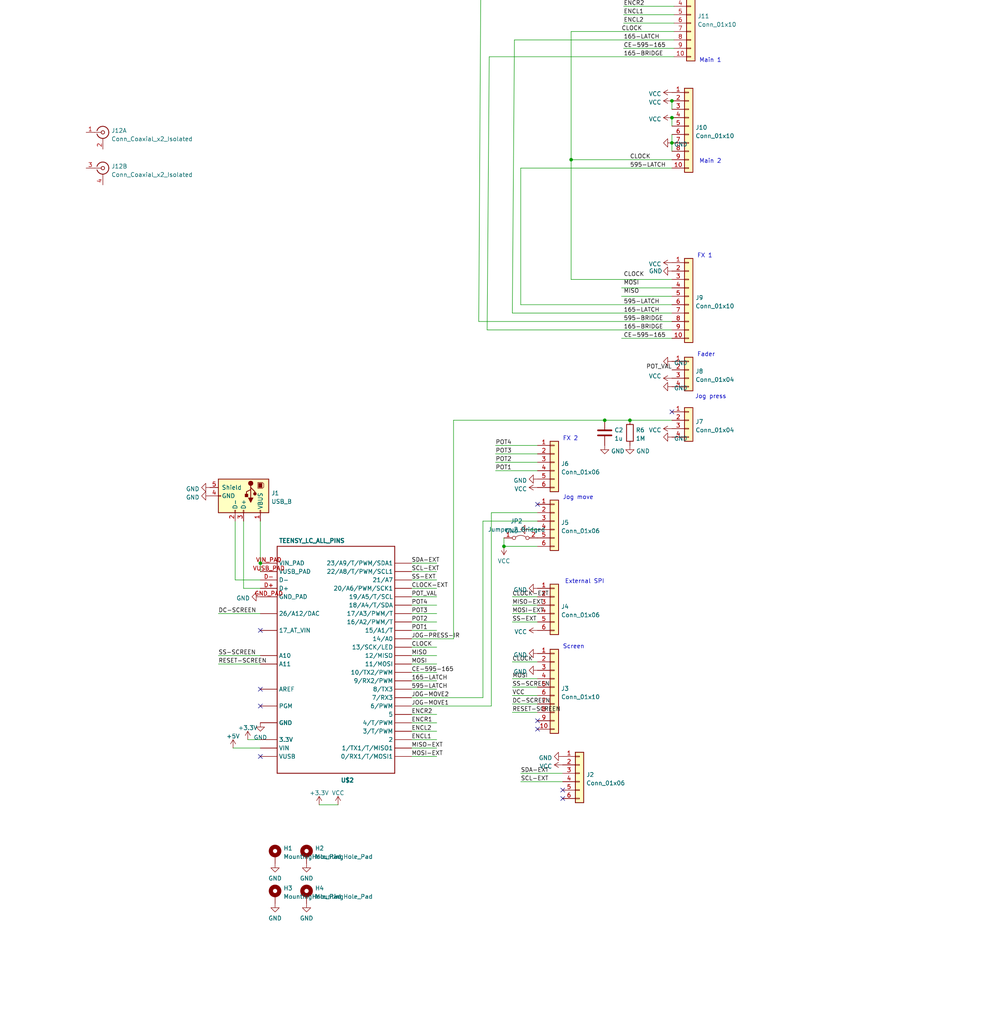
<source format=kicad_sch>
(kicad_sch (version 20230121) (generator eeschema)
  (paper "User" 297.002 309.524)
  (lib_symbols
    (symbol "Connector:Conn_Coaxial_x2_Isolated" (pin_names (offset 1.016) hide)
      (property "Reference" "J" (at 0.254 3.048 0))
      (property "Value" "Conn_Coaxial_x2_Isolated" (at 2.921 0 90))
      (symbol "Conn_Coaxial_x2_Isolated_0_1"
        (arc (start -1.778 -0.508) (mid 0.2311 -1.8066) (end 1.778 0) (stroke (width 0.254)))
        (polyline (pts (xy -2.54 0) (xy -0.508 0)))
        (polyline (pts (xy 0 -2.54) (xy 0 -1.778)))
        (circle (center 0 0) (radius 0.508) (stroke (width 0.2032)))
        (arc (start 1.778 0) (mid 0.2099 1.8101) (end -1.778 0.508) (stroke (width 0.254)))
      )
      (symbol "Conn_Coaxial_x2_Isolated_1_1"
        (pin passive line (at -5.08 0 0) (length 2.54) (name "In1") (number "1"))
        (pin passive line (at 0 -5.08 90) (length 2.54) (name "Ext1") (number "2"))
      )
      (symbol "Conn_Coaxial_x2_Isolated_2_1"
        (pin passive line (at -5.08 0 0) (length 2.54) (name "In2") (number "3"))
        (pin passive line (at 0 -5.08 90) (length 2.54) (name "Ext2") (number "4"))
      )
    )
    (symbol "Connector:USB_B" (pin_names (offset 1.016))
      (property "Reference" "J" (at -5.08 11.43 0))
      (property "Value" "USB_B" (at -5.08 8.89 0))
      (symbol "USB_B_0_1"
        (rectangle (start -5.08 -7.62) (end 5.08 7.62) (stroke (width 0.254)) (fill (type background)))
        (circle (center -3.81 2.159) (radius 0.635) (stroke (width 0.254)) (fill (type outline)))
        (rectangle (start -3.81 5.588) (end -2.54 4.572) (fill (type outline)))
        (circle (center -0.635 3.429) (radius 0.381) (stroke (width 0.254)) (fill (type outline)))
        (rectangle (start -0.127 -7.62) (end 0.127 -6.858))
        (polyline (pts (xy -1.905 2.159) (xy 0.635 2.159)) (stroke (width 0.254)))
        (polyline (pts (xy -3.175 2.159) (xy -2.54 2.159) (xy -1.27 3.429) (xy -0.635 3.429)) (stroke (width 0.254)))
        (polyline (pts (xy -2.54 2.159) (xy -1.905 2.159) (xy -1.27 0.889) (xy 0 0.889)) (stroke (width 0.254)))
        (polyline (pts (xy 0.635 2.794) (xy 0.635 1.524) (xy 1.905 2.159) (xy 0.635 2.794)) (stroke (width 0.254)) (fill (type outline)))
        (polyline (pts (xy -4.064 4.318) (xy -2.286 4.318) (xy -2.286 5.715) (xy -2.667 6.096) (xy -3.683 6.096) (xy -4.064 5.715) (xy -4.064 4.318)))
        (rectangle (start 0.254 1.27) (end -0.508 0.508) (stroke (width 0.254)) (fill (type outline)))
        (rectangle (start 5.08 -2.667) (end 4.318 -2.413))
        (rectangle (start 5.08 -0.127) (end 4.318 0.127))
        (rectangle (start 5.08 4.953) (end 4.318 5.207))
      )
      (symbol "USB_B_1_1"
        (pin power_out line (at 7.62 5.08 180) (length 2.54) (name "VBUS") (number "1"))
        (pin bidirectional line (at 7.62 -2.54 180) (length 2.54) (name "D-") (number "2"))
        (pin bidirectional line (at 7.62 0 180) (length 2.54) (name "D+") (number "3"))
        (pin power_out line (at 0 -10.16 90) (length 2.54) (name "GND") (number "4"))
        (pin passive line (at -2.54 -10.16 90) (length 2.54) (name "Shield") (number "5"))
      )
    )
    (symbol "Connector_Generic:Conn_01x04" (pin_names (offset 1.016) hide)
      (property "Reference" "J" (at 0 5.08 0))
      (property "Value" "Conn_01x04" (at 0 -7.62 0))
      (symbol "Conn_01x04_1_1"
        (rectangle (start -1.27 -4.953) (end 0 -5.207) (stroke (width 0.1524)))
        (rectangle (start -1.27 -2.413) (end 0 -2.667) (stroke (width 0.1524)))
        (rectangle (start -1.27 0.127) (end 0 -0.127) (stroke (width 0.1524)))
        (rectangle (start -1.27 2.667) (end 0 2.413) (stroke (width 0.1524)))
        (rectangle (start -1.27 3.81) (end 1.27 -6.35) (stroke (width 0.254)) (fill (type background)))
        (pin passive line (at -5.08 2.54 0) (length 3.81) (name "Pin_1") (number "1"))
        (pin passive line (at -5.08 0 0) (length 3.81) (name "Pin_2") (number "2"))
        (pin passive line (at -5.08 -2.54 0) (length 3.81) (name "Pin_3") (number "3"))
        (pin passive line (at -5.08 -5.08 0) (length 3.81) (name "Pin_4") (number "4"))
      )
    )
    (symbol "Connector_Generic:Conn_01x06" (pin_names (offset 1.016) hide)
      (property "Reference" "J" (at 0 7.62 0))
      (property "Value" "Conn_01x06" (at 0 -10.16 0))
      (symbol "Conn_01x06_1_1"
        (rectangle (start -1.27 -7.493) (end 0 -7.747) (stroke (width 0.1524)))
        (rectangle (start -1.27 -4.953) (end 0 -5.207) (stroke (width 0.1524)))
        (rectangle (start -1.27 -2.413) (end 0 -2.667) (stroke (width 0.1524)))
        (rectangle (start -1.27 0.127) (end 0 -0.127) (stroke (width 0.1524)))
        (rectangle (start -1.27 2.667) (end 0 2.413) (stroke (width 0.1524)))
        (rectangle (start -1.27 5.207) (end 0 4.953) (stroke (width 0.1524)))
        (rectangle (start -1.27 6.35) (end 1.27 -8.89) (stroke (width 0.254)) (fill (type background)))
        (pin passive line (at -5.08 5.08 0) (length 3.81) (name "Pin_1") (number "1"))
        (pin passive line (at -5.08 2.54 0) (length 3.81) (name "Pin_2") (number "2"))
        (pin passive line (at -5.08 0 0) (length 3.81) (name "Pin_3") (number "3"))
        (pin passive line (at -5.08 -2.54 0) (length 3.81) (name "Pin_4") (number "4"))
        (pin passive line (at -5.08 -5.08 0) (length 3.81) (name "Pin_5") (number "5"))
        (pin passive line (at -5.08 -7.62 0) (length 3.81) (name "Pin_6") (number "6"))
      )
    )
    (symbol "Connector_Generic:Conn_01x10" (pin_names (offset 1.016) hide)
      (property "Reference" "J" (at 0 12.7 0))
      (property "Value" "Conn_01x10" (at 0 -15.24 0))
      (symbol "Conn_01x10_1_1"
        (rectangle (start -1.27 -12.573) (end 0 -12.827) (stroke (width 0.1524)))
        (rectangle (start -1.27 -10.033) (end 0 -10.287) (stroke (width 0.1524)))
        (rectangle (start -1.27 -7.493) (end 0 -7.747) (stroke (width 0.1524)))
        (rectangle (start -1.27 -4.953) (end 0 -5.207) (stroke (width 0.1524)))
        (rectangle (start -1.27 -2.413) (end 0 -2.667) (stroke (width 0.1524)))
        (rectangle (start -1.27 0.127) (end 0 -0.127) (stroke (width 0.1524)))
        (rectangle (start -1.27 2.667) (end 0 2.413) (stroke (width 0.1524)))
        (rectangle (start -1.27 5.207) (end 0 4.953) (stroke (width 0.1524)))
        (rectangle (start -1.27 7.747) (end 0 7.493) (stroke (width 0.1524)))
        (rectangle (start -1.27 10.287) (end 0 10.033) (stroke (width 0.1524)))
        (rectangle (start -1.27 11.43) (end 1.27 -13.97) (stroke (width 0.254)) (fill (type background)))
        (pin passive line (at -5.08 10.16 0) (length 3.81) (name "Pin_1") (number "1"))
        (pin passive line (at -5.08 -12.7 0) (length 3.81) (name "Pin_10") (number "10"))
        (pin passive line (at -5.08 7.62 0) (length 3.81) (name "Pin_2") (number "2"))
        (pin passive line (at -5.08 5.08 0) (length 3.81) (name "Pin_3") (number "3"))
        (pin passive line (at -5.08 2.54 0) (length 3.81) (name "Pin_4") (number "4"))
        (pin passive line (at -5.08 0 0) (length 3.81) (name "Pin_5") (number "5"))
        (pin passive line (at -5.08 -2.54 0) (length 3.81) (name "Pin_6") (number "6"))
        (pin passive line (at -5.08 -5.08 0) (length 3.81) (name "Pin_7") (number "7"))
        (pin passive line (at -5.08 -7.62 0) (length 3.81) (name "Pin_8") (number "8"))
        (pin passive line (at -5.08 -10.16 0) (length 3.81) (name "Pin_9") (number "9"))
      )
    )
    (symbol "Device:C" (pin_numbers hide) (pin_names (offset 0.254))
      (property "Reference" "C" (at 0.635 2.54 0))
      (property "Value" "C" (at 0.635 -2.54 0))
      (symbol "C_0_1"
        (polyline (pts (xy -2.032 -0.762) (xy 2.032 -0.762)) (stroke (width 0.508)))
        (polyline (pts (xy -2.032 0.762) (xy 2.032 0.762)) (stroke (width 0.508)))
      )
      (symbol "C_1_1"
        (pin passive line (at 0 3.81 270) (length 2.794) (name "~") (number "1"))
        (pin passive line (at 0 -3.81 90) (length 2.794) (name "~") (number "2"))
      )
    )
    (symbol "Device:R" (pin_numbers hide) (pin_names (offset 0))
      (property "Reference" "R" (at 2.032 0 90))
      (property "Value" "R" (at 0 0 90))
      (symbol "R_0_1"
        (rectangle (start -1.016 -2.54) (end 1.016 2.54) (stroke (width 0.254)))
      )
      (symbol "R_1_1"
        (pin passive line (at 0 3.81 270) (length 1.27) (name "~") (number "1"))
        (pin passive line (at 0 -3.81 90) (length 1.27) (name "~") (number "2"))
      )
    )
    (symbol "Jumper:Jumper_2_Bridged" (pin_names (offset 0) hide)
      (property "Reference" "JP" (at 0 1.905 0))
      (property "Value" "Jumper_2_Bridged" (at 0 -2.54 0))
      (symbol "Jumper_2_Bridged_0_0"
        (circle (center -2.032 0) (radius 0.508))
        (circle (center 2.032 0) (radius 0.508))
      )
      (symbol "Jumper_2_Bridged_0_1"
        (arc (start 1.524 0.254) (mid 0 0.762) (end -1.524 0.254))
      )
      (symbol "Jumper_2_Bridged_1_1"
        (pin passive line (at -5.08 0 0) (length 2.54) (name "A") (number "1"))
        (pin passive line (at 5.08 0 180) (length 2.54) (name "B") (number "2"))
      )
    )
    (symbol "Mechanical:MountingHole_Pad" (pin_numbers hide) (pin_names (offset 1.016) hide)
      (property "Reference" "H" (at 0 6.35 0))
      (property "Value" "MountingHole_Pad" (at 0 4.445 0))
      (symbol "MountingHole_Pad_0_1"
        (circle (center 0 1.27) (radius 1.27) (stroke (width 1.27)))
      )
      (symbol "MountingHole_Pad_1_1"
        (pin input line (at 0 -2.54 90) (length 2.54) (name "1") (number "1"))
      )
    )
    (symbol "brain-eagle-import:TEENSY_LC_ALL_PINS"
      (property "Value" "TEENSY_LC_ALL_PINS" (at -2.794 -38.1 0))
      (symbol "TEENSY_LC_ALL_PINS_1_0"
        (polyline (pts (xy -17.78 -35.56) (xy 17.78 -35.56)) (stroke (width 0.254)))
        (polyline (pts (xy -17.78 33.02) (xy -17.78 -35.56)) (stroke (width 0.254)))
        (polyline (pts (xy 17.78 -35.56) (xy 17.78 33.02)) (stroke (width 0.254)))
        (polyline (pts (xy 17.78 33.02) (xy -17.78 33.02)) (stroke (width 0.254)))
        (pin bidirectional line (at -22.86 27.94 0) (length 5.08) (name "0/RX1/T/MOSI1") (number "0"))
        (pin bidirectional line (at -22.86 25.4 0) (length 5.08) (name "1/TX1/T/MISO1") (number "1"))
        (pin bidirectional line (at -22.86 2.54 0) (length 5.08) (name "10/TX2/PWM") (number "10"))
        (pin bidirectional line (at -22.86 0 0) (length 5.08) (name "11/MOSI") (number "11"))
        (pin bidirectional line (at -22.86 -2.54 0) (length 5.08) (name "12/MISO") (number "12"))
        (pin bidirectional line (at -22.86 -5.08 0) (length 5.08) (name "13/SCK/LED") (number "13"))
        (pin bidirectional line (at -22.86 -7.62 0) (length 5.08) (name "14/A0") (number "14/A0"))
        (pin bidirectional line (at -22.86 -10.16 0) (length 5.08) (name "15/A1/T") (number "15/A1"))
        (pin bidirectional line (at -22.86 -12.7 0) (length 5.08) (name "16/A2/PWM/T") (number "16/A2"))
        (pin bidirectional line (at -22.86 -15.24 0) (length 5.08) (name "17/A3/PWM/T") (number "17/A3"))
        (pin bidirectional line (at -22.86 -17.78 0) (length 5.08) (name "18/A4/T/SDA") (number "18/A4"))
        (pin bidirectional line (at -22.86 -20.32 0) (length 5.08) (name "19/A5/T/SCL") (number "19/A5"))
        (pin bidirectional line (at -22.86 22.86 0) (length 5.08) (name "2") (number "2"))
        (pin bidirectional line (at -22.86 -22.86 0) (length 5.08) (name "20/A6/PWM/SCK1") (number "20/A6"))
        (pin bidirectional line (at -22.86 -25.4 0) (length 5.08) (name "21/A7") (number "21/A7"))
        (pin bidirectional line (at -22.86 -27.94 0) (length 5.08) (name "22/A8/T/PWM/SCL1") (number "22/A8"))
        (pin bidirectional line (at -22.86 -30.48 0) (length 5.08) (name "23/A9/T/PWM/SDA1") (number "23/A9"))
        (pin bidirectional line (at -22.86 20.32 0) (length 5.08) (name "3/T/PWM") (number "3"))
        (pin power_in line (at 22.86 22.86 180) (length 5.08) (name "3.3V") (number "3.3V"))
        (pin power_in line (at 22.86 22.86 180) (length 5.08) (name "3.3V") (number "3.3V1"))
        (pin bidirectional line (at -22.86 17.78 0) (length 5.08) (name "4/T/PWM") (number "4"))
        (pin bidirectional line (at -22.86 15.24 0) (length 5.08) (name "5") (number "5"))
        (pin bidirectional line (at -22.86 12.7 0) (length 5.08) (name "6/PWM") (number "6"))
        (pin bidirectional line (at -22.86 10.16 0) (length 5.08) (name "7/RX3") (number "7"))
        (pin bidirectional line (at -22.86 7.62 0) (length 5.08) (name "8/TX3") (number "8"))
        (pin bidirectional line (at -22.86 5.08 0) (length 5.08) (name "9/RX2/PWM") (number "9"))
        (pin bidirectional line (at 22.86 -2.54 180) (length 5.08) (name "A10") (number "A10"))
        (pin bidirectional line (at 22.86 0 180) (length 5.08) (name "A11") (number "A11"))
        (pin power_in line (at 22.86 17.78 180) (length 5.08) (name "GND") (number "AGND"))
        (pin power_in line (at 22.86 7.62 180) (length 5.08) (name "AREF") (number "AREF"))
        (pin bidirectional line (at 22.86 -22.86 180) (length 5.08) (name "D+") (number "D+"))
        (pin bidirectional line (at 22.86 -25.4 180) (length 5.08) (name "D-") (number "D-"))
        (pin power_in line (at 22.86 17.78 180) (length 5.08) (name "GND") (number "GND"))
        (pin power_in line (at 22.86 17.78 180) (length 5.08) (name "GND") (number "GND1"))
        (pin bidirectional line (at 22.86 -20.32 180) (length 5.08) (name "GND_PAD") (number "GND_PAD"))
        (pin bidirectional line (at 22.86 12.7 180) (length 5.08) (name "PGM") (number "PGM"))
        (pin power_in line (at 22.86 -15.24 180) (length 5.08) (name "26/A12/DAC") (number "RESET/DAC"))
        (pin bidirectional line (at 22.86 -10.16 180) (length 5.08) (name "17_AT_VIN") (number "VBAT"))
        (pin power_in line (at 22.86 25.4 180) (length 5.08) (name "VIN") (number "VIN"))
        (pin bidirectional line (at 22.86 -30.48 180) (length 5.08) (name "VIN_PAD") (number "VIN_PAD"))
        (pin power_in line (at 22.86 27.94 180) (length 5.08) (name "VUSB") (number "VUSB"))
        (pin bidirectional line (at 22.86 -27.94 180) (length 5.08) (name "VUSB_PAD") (number "VUSB_PAD"))
      )
    )
    (symbol "power:+3.3V" (power) (pin_names (offset 0))
      (property "Value" "+3.3V" (at 0 3.556 0))
      (symbol "+3.3V_0_1"
        (polyline (pts (xy -0.762 1.27) (xy 0 2.54)))
        (polyline (pts (xy 0 0) (xy 0 2.54)))
        (polyline (pts (xy 0 2.54) (xy 0.762 1.27)))
      )
      (symbol "+3.3V_1_1"
        (pin power_in line (at 0 0 90) (length 0) hide (name "+3.3V") (number "1"))
      )
    )
    (symbol "power:+5V" (power) (pin_names (offset 0))
      (property "Value" "+5V" (at 0 3.556 0))
      (symbol "+5V_0_1"
        (polyline (pts (xy -0.762 1.27) (xy 0 2.54)))
        (polyline (pts (xy 0 0) (xy 0 2.54)))
        (polyline (pts (xy 0 2.54) (xy 0.762 1.27)))
      )
      (symbol "+5V_1_1"
        (pin power_in line (at 0 0 90) (length 0) hide (name "+5V") (number "1"))
      )
    )
    (symbol "power:GND" (power) (pin_names (offset 0))
      (property "Value" "GND" (at 0 -3.81 0))
      (symbol "GND_0_1"
        (polyline (pts (xy 0 0) (xy 0 -1.27) (xy 1.27 -1.27) (xy 0 -2.54) (xy -1.27 -1.27) (xy 0 -1.27)))
      )
      (symbol "GND_1_1"
        (pin power_in line (at 0 0 270) (length 0) hide (name "GND") (number "1"))
      )
    )
    (symbol "power:VCC" (power) (pin_names (offset 0))
      (property "Value" "VCC" (at 0 3.81 0))
      (symbol "VCC_0_1"
        (polyline (pts (xy -0.762 1.27) (xy 0 2.54)))
        (polyline (pts (xy 0 0) (xy 0 2.54)))
        (polyline (pts (xy 0 2.54) (xy 0.762 1.27)))
      )
      (symbol "VCC_1_1"
        (pin power_in line (at 0 0 90) (length 0) hide (name "VCC") (number "1"))
      )
    )
  )
  (junction (at 152.4 165.1))
  (junction (at 203.2 30.48))
  (junction (at 203.2 43.18))
  (junction (at 203.2 35.56))
  (junction (at 78.74 170.18))
  (junction (at 172.72 48.26))
  (junction (at 190.5 127))
  (junction (at 182.88 127))
  (no_connect (at 170.18 238.76))
  (no_connect (at 162.56 217.805))
  (no_connect (at 78.74 190.5))
  (no_connect (at 170.18 241.3))
  (no_connect (at 78.74 228.6))
  (no_connect (at 162.56 152.4))
  (no_connect (at 162.56 220.345))
  (no_connect (at 78.74 208.28))
  (no_connect (at 203.2 124.46))
  (no_connect (at 78.74 213.36))
  (wire (pts (xy 124.46 198.12) (xy 132.08 198.12)))
  (wire (pts (xy 73.66 177.8) (xy 73.66 157.48)))
  (wire (pts (xy 157.48 50.8) (xy 157.48 92.075)))
  (wire (pts (xy 146.05 210.82) (xy 146.05 157.48)))
  (wire (pts (xy 162.56 134.62) (xy 149.86 134.62)))
  (wire (pts (xy 124.46 223.52) (xy 132.08 223.52)))
  (wire (pts (xy 124.46 182.88) (xy 132.08 182.88)))
  (wire (pts (xy 155.575 12.065) (xy 154.94 94.615)))
  (wire (pts (xy 124.46 190.5) (xy 132.08 190.5)))
  (wire (pts (xy 162.56 154.94) (xy 148.59 154.94)))
  (wire (pts (xy 203.835 1.905) (xy 188.595 1.905)))
  (wire (pts (xy 147.32 99.695) (xy 203.2 99.695)))
  (wire (pts (xy 78.74 175.26) (xy 71.12 175.26)))
  (wire (pts (xy 203.2 43.18) (xy 203.2 45.72)))
  (wire (pts (xy 148.59 154.94) (xy 148.59 213.36)))
  (wire (pts (xy 157.48 236.22) (xy 170.18 236.22)))
  (wire (pts (xy 124.46 172.72) (xy 132.08 172.72)))
  (wire (pts (xy 154.94 94.615) (xy 203.2 94.615)))
  (wire (pts (xy 162.56 205.105) (xy 154.94 205.105)))
  (wire (pts (xy 157.48 92.075) (xy 203.2 92.075)))
  (wire (pts (xy 124.46 185.42) (xy 132.08 185.42)))
  (wire (pts (xy 162.56 212.725) (xy 154.94 212.725)))
  (wire (pts (xy 124.46 215.9) (xy 132.08 215.9)))
  (wire (pts (xy 137.795 -3.175) (xy 203.835 -3.175)))
  (wire (pts (xy 203.2 48.26) (xy 172.72 48.26)))
  (wire (pts (xy 187.96 89.535) (xy 203.2 89.535)))
  (wire (pts (xy 203.2 30.48) (xy 203.2 33.02)))
  (wire (pts (xy 162.56 210.185) (xy 154.94 210.185)))
  (wire (pts (xy 187.96 86.995) (xy 203.2 86.995)))
  (wire (pts (xy 172.72 9.525) (xy 203.835 9.525)))
  (wire (pts (xy 203.835 12.065) (xy 155.575 12.065)))
  (wire (pts (xy 70.485 226.06) (xy 78.74 226.06)))
  (wire (pts (xy 152.4 165.1) (xy 162.56 165.1)))
  (wire (pts (xy 149.86 142.24) (xy 162.56 142.24)))
  (wire (pts (xy 124.46 210.82) (xy 146.05 210.82)))
  (wire (pts (xy 162.56 215.265) (xy 154.94 215.265)))
  (wire (pts (xy 149.86 137.16) (xy 162.56 137.16)))
  (wire (pts (xy 124.46 180.34) (xy 132.08 180.34)))
  (wire (pts (xy 182.88 127) (xy 190.5 127)))
  (wire (pts (xy 124.46 228.6) (xy 132.08 228.6)))
  (wire (pts (xy 187.96 102.235) (xy 203.2 102.235)))
  (wire (pts (xy 96.52 243.205) (xy 102.235 243.205)))
  (wire (pts (xy 137.16 127) (xy 137.16 193.04)))
  (wire (pts (xy 137.16 193.04) (xy 124.46 193.04)))
  (wire (pts (xy 203.835 -5.715) (xy 145.415 -5.715)))
  (wire (pts (xy 203.2 40.64) (xy 203.2 43.18)))
  (wire (pts (xy 162.56 207.645) (xy 154.94 207.645)))
  (wire (pts (xy 78.74 170.18) (xy 78.74 172.72)))
  (wire (pts (xy 172.72 84.455) (xy 203.2 84.455)))
  (wire (pts (xy 162.56 185.42) (xy 154.94 185.42)))
  (wire (pts (xy 78.74 200.66) (xy 66.04 200.66)))
  (wire (pts (xy 172.72 9.525) (xy 172.72 48.26)))
  (wire (pts (xy 78.74 157.48) (xy 78.74 170.18)))
  (wire (pts (xy 162.56 182.88) (xy 154.94 182.88)))
  (wire (pts (xy 137.16 127) (xy 182.88 127)))
  (wire (pts (xy 124.46 187.96) (xy 132.08 187.96)))
  (wire (pts (xy 188.595 4.445) (xy 203.835 4.445)))
  (wire (pts (xy 144.78 97.155) (xy 203.2 97.155)))
  (wire (pts (xy 162.56 200.025) (xy 154.94 200.025)))
  (wire (pts (xy 124.46 200.66) (xy 132.08 200.66)))
  (wire (pts (xy 124.46 177.8) (xy 132.08 177.8)))
  (wire (pts (xy 203.2 38.1) (xy 203.2 35.56)))
  (wire (pts (xy 157.48 50.8) (xy 203.2 50.8)))
  (wire (pts (xy 162.56 160.02) (xy 160.02 160.02)))
  (wire (pts (xy 78.74 198.12) (xy 66.04 198.12)))
  (wire (pts (xy 124.46 220.98) (xy 132.08 220.98)))
  (wire (pts (xy 124.46 170.18) (xy 132.08 170.18)))
  (wire (pts (xy 124.46 203.2) (xy 132.08 203.2)))
  (wire (pts (xy 124.46 205.74) (xy 132.08 205.74)))
  (wire (pts (xy 203.835 6.985) (xy 188.595 6.985)))
  (wire (pts (xy 124.46 226.06) (xy 132.08 226.06)))
  (wire (pts (xy 152.4 162.56) (xy 152.4 165.1)))
  (wire (pts (xy 78.74 185.42) (xy 66.04 185.42)))
  (wire (pts (xy 124.46 218.44) (xy 132.08 218.44)))
  (wire (pts (xy 188.595 -0.635) (xy 203.835 -0.635)))
  (wire (pts (xy 124.46 195.58) (xy 132.08 195.58)))
  (wire (pts (xy 203.835 17.145) (xy 147.955 17.145)))
  (wire (pts (xy 172.72 48.26) (xy 172.72 84.455)))
  (wire (pts (xy 162.56 187.96) (xy 154.94 187.96)))
  (wire (pts (xy 149.86 139.7) (xy 162.56 139.7)))
  (wire (pts (xy 71.12 175.26) (xy 71.12 157.48)))
  (wire (pts (xy 190.5 127) (xy 203.2 127)))
  (wire (pts (xy 188.595 14.605) (xy 203.835 14.605)))
  (wire (pts (xy 124.46 213.36) (xy 148.59 213.36)))
  (wire (pts (xy 145.415 -5.715) (xy 144.78 97.155)))
  (wire (pts (xy 124.46 175.26) (xy 132.08 175.26)))
  (wire (pts (xy 162.56 180.34) (xy 154.94 180.34)))
  (wire (pts (xy 124.46 208.28) (xy 132.08 208.28)))
  (wire (pts (xy 170.18 233.68) (xy 157.48 233.68)))
  (wire (pts (xy 146.05 157.48) (xy 162.56 157.48)))
  (wire (pts (xy 147.955 17.145) (xy 147.32 99.695)))
  (wire (pts (xy 78.74 177.8) (xy 73.66 177.8)))
  (wire (pts (xy 78.74 223.52) (xy 74.93 223.52)))
  (text "Main 1" (at 211.455 19.05 0) (effects (font (size 1.27 1.27)) (justify left bottom)))
  (text "Jog move" (at 170.18 151.13 0) (effects (font (size 1.27 1.27)) (justify left bottom)))
  (text "Jog press" (at 210.185 120.65 0) (effects (font (size 1.27 1.27)) (justify left bottom)))
  (text "FX 1" (at 210.82 78.105 0) (effects (font (size 1.27 1.27)) (justify left bottom)))
  (text "Fader" (at 210.82 107.95 0) (effects (font (size 1.27 1.27)) (justify left bottom)))
  (text "External SPI" (at 170.815 176.53 0) (effects (font (size 1.27 1.27)) (justify left bottom)))
  (text "Screen" (at 170.18 196.215 0) (effects (font (size 1.27 1.27)) (justify left bottom)))
  (text "Main 2" (at 211.455 49.53 0) (effects (font (size 1.27 1.27)) (justify left bottom)))
  (text "FX 2" (at 170.18 133.35 0) (effects (font (size 1.27 1.27)) (justify left bottom)))
  (label "CLOCK" (at 190.5 48.26 0) (effects (font (size 1.2446 1.2446))))
  (label "VCC" (at 154.94 210.185 0) (effects (font (size 1.2446 1.2446))))
  (label "POT4" (at 124.46 182.88 0) (effects (font (size 1.2446 1.2446))))
  (label "165-LATCH" (at 188.595 12.065 0) (effects (font (size 1.2446 1.2446))))
  (label "SCL-EXT" (at 124.46 172.72 0) (effects (font (size 1.2446 1.2446))))
  (label "SS-SCREEN" (at 154.94 207.645 0) (effects (font (size 1.2446 1.2446))))
  (label "DC-SCREEN" (at 66.04 185.42 0) (effects (font (size 1.2446 1.2446))))
  (label "165-BRIDGE" (at 188.595 17.145 0) (effects (font (size 1.2446 1.2446))))
  (label "POT2" (at 149.86 139.7 0) (effects (font (size 1.2446 1.2446))))
  (label "MISO" (at 188.595 88.9 0) (effects (font (size 1.2446 1.2446))))
  (label "165-LATCH" (at 188.595 94.615 0) (effects (font (size 1.2446 1.2446))))
  (label "SDA-EXT" (at 124.46 170.18 0) (effects (font (size 1.2446 1.2446))))
  (label "ENCR2" (at 188.595 1.905 0) (effects (font (size 1.2446 1.2446))))
  (label "CLOCK-EXT" (at 154.94 180.34 0) (effects (font (size 1.2446 1.2446))))
  (label "CLOCK" (at 188.595 83.82 0) (effects (font (size 1.2446 1.2446))))
  (label "MOSI-EXT" (at 154.94 185.42 0) (effects (font (size 1.2446 1.2446))))
  (label "POT_VAL" (at 203.2 111.76 180) (effects (font (size 1.2446 1.2446))))
  (label "MISO" (at 124.46 198.12 0) (effects (font (size 1.2446 1.2446))))
  (label "595-LATCH" (at 188.595 92.075 0) (effects (font (size 1.2446 1.2446))))
  (label "ENCR1" (at 188.595 -0.635 0) (effects (font (size 1.2446 1.2446))))
  (label "POT4" (at 149.86 134.62 0) (effects (font (size 1.2446 1.2446))))
  (label "CLOCK-EXT" (at 124.46 177.8 0) (effects (font (size 1.2446 1.2446))))
  (label "ENCL1" (at 188.595 4.445 0) (effects (font (size 1.2446 1.2446))))
  (label "MOSI" (at 124.46 200.66 0) (effects (font (size 1.2446 1.2446))))
  (label "SCL-EXT" (at 157.48 236.22 0) (effects (font (size 1.2446 1.2446))))
  (label "595-LATCH" (at 190.5 50.8 0) (effects (font (size 1.2446 1.2446))))
  (label "DC-SCREEN" (at 154.94 212.725 0) (effects (font (size 1.2446 1.2446))))
  (label "CE-595-165" (at 188.595 102.235 0) (effects (font (size 1.2446 1.2446))))
  (label "SS-EXT" (at 154.94 187.96 0) (effects (font (size 1.2446 1.2446))))
  (label "CE-595-165" (at 188.595 14.605 0) (effects (font (size 1.2446 1.2446))))
  (label "POT1" (at 149.86 142.24 0) (effects (font (size 1.2446 1.2446))))
  (label "595-BRIDGE" (at 188.595 -5.715 0) (effects (font (size 1.2446 1.2446))))
  (label "165-BRIDGE" (at 188.595 99.695 0) (effects (font (size 1.2446 1.2446))))
  (label "POT2" (at 124.46 187.96 0) (effects (font (size 1.2446 1.2446))))
  (label "ENCR2" (at 124.46 215.9 0) (effects (font (size 1.2446 1.2446))))
  (label "595-OUT-MAIN" (at 188.595 -3.175 0) (effects (font (size 1.2446 1.2446))))
  (label "SDA-EXT" (at 157.48 233.68 0) (effects (font (size 1.2446 1.2446))))
  (label "JOG-MOVE1" (at 124.46 213.36 0) (effects (font (size 1.2446 1.2446))))
  (label "POT3" (at 124.46 185.42 0) (effects (font (size 1.2446 1.2446))))
  (label "RESET-SCREEN" (at 154.94 215.265 0) (effects (font (size 1.2446 1.2446))))
  (label "MOSI-EXT" (at 124.46 228.6 0) (effects (font (size 1.2446 1.2446))))
  (label "MOSI" (at 154.94 205.105 0) (effects (font (size 1.2446 1.2446))))
  (label "595-LATCH" (at 124.46 208.28 0) (effects (font (size 1.2446 1.2446))))
  (label "ENCL1" (at 124.46 223.52 0) (effects (font (size 1.2446 1.2446))))
  (label "SS-SCREEN" (at 66.04 198.12 0) (effects (font (size 1.2446 1.2446))))
  (label "POT1" (at 124.46 190.5 0) (effects (font (size 1.2446 1.2446))))
  (label "595-BRIDGE" (at 188.595 97.155 0) (effects (font (size 1.2446 1.2446))))
  (label "JOG-PRESS-IR" (at 124.46 193.04 0) (effects (font (size 1.2446 1.2446))))
  (label "CLOCK" (at 154.94 200.025 0) (effects (font (size 1.2446 1.2446))))
  (label "ENCR1" (at 124.46 218.44 0) (effects (font (size 1.2446 1.2446))))
  (label "ENCL2" (at 124.46 220.98 0) (effects (font (size 1.2446 1.2446))))
  (label "CE-595-165" (at 124.46 203.2 0) (effects (font (size 1.2446 1.2446))))
  (label "JOG-MOVE2" (at 124.46 210.82 0) (effects (font (size 1.2446 1.2446))))
  (label "MISO-EXT" (at 154.94 182.88 0) (effects (font (size 1.2446 1.2446))))
  (label "MISO-EXT" (at 124.46 226.06 0) (effects (font (size 1.2446 1.2446))))
  (label "165-LATCH" (at 124.46 205.74 0) (effects (font (size 1.2446 1.2446))))
  (label "ENCL2" (at 188.595 6.985 0) (effects (font (size 1.2446 1.2446))))
  (label "CLOCK" (at 124.46 195.58 0) (effects (font (size 1.2446 1.2446))))
  (label "RESET-SCREEN" (at 66.04 200.66 0) (effects (font (size 1.2446 1.2446))))
  (label "POT3" (at 149.86 137.16 0) (effects (font (size 1.2446 1.2446))))
  (label "SS-EXT" (at 124.46 175.26 0) (effects (font (size 1.2446 1.2446))))
  (label "CLOCK" (at 187.96 9.525 0) (effects (font (size 1.2446 1.2446))))
  (label "MOSI" (at 188.595 86.36 0) (effects (font (size 1.2446 1.2446))))
  (label "POT_VAL" (at 124.46 180.34 0) (effects (font (size 1.2446 1.2446))))
  (symbol (lib_id "Connector_Generic:Conn_01x06") (at 167.64 182.88 0) (unit 1)
    (property "Reference" "J4" (at 169.672 183.3153 0) (effects (justify left)))
    (property "Value" "Conn_01x06" (at 169.672 185.8522 0) (effects (justify left)))
    (property "Footprint" "Connector_Molex:Molex_PicoBlade_53048-0610_1x06_P1.25mm_Horizontal" (effects hide))
  )
  (symbol (lib_id "power:GND") (at 170.18 228.6 270) (unit 1)
    (property "Reference" "#PWR0105" (effects hide))
    (property "Value" "GND" (at 167.0051 229.0338 90) (effects (justify right)))
  )
  (symbol (lib_id "Jumper:Jumper_2_Bridged") (at 157.48 162.56 0) (unit 1)
    (property "Reference" "JP2" (at 156.21 157.48 0))
    (property "Value" "Jumper_2_Bridged" (at 156.21 160.0169 0))
    (property "Footprint" "Resistor_SMD:R_0805_2012Metric_Pad1.20x1.40mm_HandSolder" (effects hide))
  )
  (symbol (lib_id "Connector_Generic:Conn_01x06") (at 167.64 157.48 0) (unit 1)
    (property "Reference" "J5" (at 169.672 157.9153 0) (effects (justify left)))
    (property "Value" "Conn_01x06" (at 169.672 160.4522 0) (effects (justify left)))
    (property "Footprint" "Connector_Molex:Molex_PicoBlade_53048-0610_1x06_P1.25mm_Horizontal" (effects hide))
  )
  (symbol (lib_id "power:+5V") (at 70.485 226.06 0) (unit 1)
    (property "Reference" "#PWR0132" (effects hide))
    (property "Value" "+5V" (at 70.485 222.4842 0))
  )
  (symbol (lib_id "power:GND") (at 160.02 160.02 270) (unit 1)
    (property "Reference" "#PWR0113" (effects hide))
    (property "Value" "GND" (at 156.8451 160.4538 90) (effects (justify right)))
  )
  (symbol (lib_id "power:GND") (at 92.71 260.985 0) (unit 1)
    (property "Reference" "#PWR0133" (effects hide))
    (property "Value" "GND" (at 92.71 265.4284 0))
  )
  (symbol (lib_id "Mechanical:MountingHole_Pad") (at 83.185 258.445 0) (unit 1)
    (property "Reference" "H1" (at 85.725 256.3403 0) (effects (justify left)))
    (property "Value" "MountingHole_Pad" (at 85.725 258.8772 0) (effects (justify left)))
    (property "Footprint" "MountingHole:MountingHole_3.2mm_M3_ISO7380_Pad" (effects hide))
  )
  (symbol (lib_id "Mechanical:MountingHole_Pad") (at 92.71 258.445 0) (unit 1)
    (property "Reference" "H2" (at 95.25 256.3403 0) (effects (justify left)))
    (property "Value" "MountingHole_Pad" (at 95.25 258.8772 0) (effects (justify left)))
    (property "Footprint" "MountingHole:MountingHole_3.2mm_M3_ISO7380_Pad" (effects hide))
  )
  (symbol (lib_id "Mechanical:MountingHole_Pad") (at 83.185 270.51 0) (unit 1)
    (property "Reference" "H3" (at 85.725 268.4053 0) (effects (justify left)))
    (property "Value" "MountingHole_Pad" (at 85.725 270.9422 0) (effects (justify left)))
    (property "Footprint" "MountingHole:MountingHole_3.2mm_M3_ISO7380_Pad" (effects hide))
  )
  (symbol (lib_id "Connector:USB_B") (at 73.66 149.86 270) (unit 1)
    (property "Reference" "J1" (at 82.042 149.0253 90) (effects (justify left)))
    (property "Value" "USB_B" (at 82.042 151.5622 90) (effects (justify left)))
    (property "Footprint" "Connector_USB:USB_B_Lumberg_2411_02_Horizontal" (effects hide))
    (property "Datasheet" " ~" (effects hide))
  )
  (symbol (lib_id "Device:C") (at 182.88 130.81 0) (unit 1)
    (property "Reference" "C2" (at 185.801 129.9753 0) (effects (justify left)))
    (property "Value" "1u" (at 185.801 132.5122 0) (effects (justify left)))
    (property "Footprint" "Capacitor_SMD:C_1206_3216Metric_Pad1.33x1.80mm_HandSolder" (effects hide))
  )
  (symbol (lib_id "Connector:Conn_Coaxial_x2_Isolated") (at 31.115 40.005 0) (unit 1)
    (property "Reference" "J12" (at 33.655 39.4635 0) (effects (justify left)))
    (property "Value" "Conn_Coaxial_x2_Isolated" (at 33.655 42.0004 0) (effects (justify left)))
    (property "Datasheet" " ~" (effects hide))
  )
  (symbol (lib_id "power:VCC") (at 203.2 79.375 90) (unit 1)
    (property "Reference" "#PWR0118" (effects hide))
    (property "Value" "VCC" (at 200.025 79.8088 90) (effects (justify left)))
  )
  (symbol (lib_id "Mechanical:MountingHole_Pad") (at 92.71 270.51 0) (unit 1)
    (property "Reference" "H4" (at 95.25 268.4053 0) (effects (justify left)))
    (property "Value" "MountingHole_Pad" (at 95.25 270.9422 0) (effects (justify left)))
    (property "Footprint" "MountingHole:MountingHole_3.2mm_M3_ISO7380_Pad" (effects hide))
  )
  (symbol (lib_id "power:+3.3V") (at 96.52 243.205 0) (unit 1)
    (property "Reference" "#PWR0102" (effects hide))
    (property "Value" "+3.3V" (at 96.52 239.6292 0))
  )
  (symbol (lib_id "Connector_Generic:Conn_01x06") (at 175.26 233.68 0) (unit 1)
    (property "Reference" "J2" (at 177.292 234.1153 0) (effects (justify left)))
    (property "Value" "Conn_01x06" (at 177.292 236.6522 0) (effects (justify left)))
    (property "Footprint" "Connector_PinSocket_2.54mm:PinSocket_1x06_P2.54mm_Vertical" (effects hide))
  )
  (symbol (lib_id "power:VCC") (at 170.18 231.14 90) (unit 1)
    (property "Reference" "#PWR0106" (effects hide))
    (property "Value" "VCC" (at 167.005 231.5738 90) (effects (justify left)))
  )
  (symbol (lib_id "Connector_Generic:Conn_01x06") (at 167.64 139.7 0) (unit 1)
    (property "Reference" "J6" (at 169.672 140.1353 0) (effects (justify left)))
    (property "Value" "Conn_01x06" (at 169.672 142.6722 0) (effects (justify left)))
    (property "Footprint" "Connector_Molex:Molex_PicoBlade_53048-0610_1x06_P1.25mm_Horizontal" (effects hide))
  )
  (symbol (lib_id "power:VCC") (at 203.2 129.54 90) (unit 1)
    (property "Reference" "#PWR0123" (effects hide))
    (property "Value" "VCC" (at 200.025 129.9738 90) (effects (justify left)))
  )
  (symbol (lib_id "Connector_Generic:Conn_01x10") (at 208.915 4.445 0) (unit 1)
    (property "Reference" "J11" (at 210.947 4.8803 0) (effects (justify left)))
    (property "Value" "Conn_01x10" (at 210.947 7.4172 0) (effects (justify left)))
    (property "Footprint" "Connector_Molex:Molex_PicoBlade_53048-1010_1x10_P1.25mm_Horizontal" (effects hide))
  )
  (symbol (lib_id "Connector_Generic:Conn_01x04") (at 208.28 127 0) (unit 1)
    (property "Reference" "J7" (at 210.312 127.4353 0) (effects (justify left)))
    (property "Value" "Conn_01x04" (at 210.312 129.9722 0) (effects (justify left)))
    (property "Footprint" "Connector_Molex:Molex_PicoBlade_53048-0410_1x04_P1.25mm_Horizontal" (effects hide))
  )
  (symbol (lib_id "power:VCC") (at 203.2 27.94 90) (unit 1)
    (property "Reference" "#PWR0120" (effects hide))
    (property "Value" "VCC" (at 200.025 28.3738 90) (effects (justify left)))
  )
  (symbol (lib_id "Connector_Generic:Conn_01x10") (at 208.28 89.535 0) (unit 1)
    (property "Reference" "J9" (at 210.312 89.9703 0) (effects (justify left)))
    (property "Value" "Conn_01x10" (at 210.312 92.5072 0) (effects (justify left)))
    (property "Footprint" "Connector_Molex:Molex_PicoBlade_53048-1010_1x10_P1.25mm_Horizontal" (effects hide))
  )
  (symbol (lib_id "Connector_Generic:Conn_01x04") (at 208.28 111.76 0) (unit 1)
    (property "Reference" "J8" (at 210.312 112.1953 0) (effects (justify left)))
    (property "Value" "Conn_01x04" (at 210.312 114.7322 0) (effects (justify left)))
    (property "Footprint" "Connector_Molex:Molex_PicoBlade_53048-0410_1x04_P1.25mm_Horizontal" (effects hide))
  )
  (symbol (lib_id "power:GND") (at 127.635 -3.175 270) (unit 1)
    (property "Reference" "#PWR0131" (effects hide))
    (property "Value" "GND" (at 128.27 -2.7412 90) (effects (justify left)))
  )
  (symbol (lib_id "Connector:Conn_Coaxial_x2_Isolated") (at 31.115 50.8 0) (unit 2)
    (property "Reference" "J12" (at 33.655 50.2585 0) (effects (justify left)))
    (property "Value" "Conn_Coaxial_x2_Isolated" (at 33.655 52.7954 0) (effects (justify left)))
    (property "Datasheet" " ~" (effects hide))
  )
  (symbol (lib_id "power:GND") (at 63.5 147.32 270) (unit 1)
    (property "Reference" "#PWR0111" (effects hide))
    (property "Value" "GND" (at 60.3251 147.7538 90) (effects (justify right)))
  )
  (symbol (lib_id "power:GND") (at 203.2 132.08 270) (unit 1)
    (property "Reference" "#PWR0124" (effects hide))
    (property "Value" "GND" (at 203.835 132.5138 90) (effects (justify left)))
  )
  (symbol (lib_id "power:GND") (at 182.88 134.62 0) (unit 1)
    (property "Reference" "#PWR0129" (effects hide))
    (property "Value" "GND" (at 184.785 136.3238 0) (effects (justify left)))
  )
  (symbol (lib_id "power:GND") (at 162.56 197.485 270) (unit 1)
    (property "Reference" "#PWR0104" (effects hide))
    (property "Value" "GND" (at 159.3851 197.9188 90) (effects (justify right)))
  )
  (symbol (lib_id "Jumper:Jumper_2_Bridged") (at 132.715 -3.175 0) (unit 1)
    (property "Reference" "JP1" (at 132.715 -7.5098 0))
    (property "Value" "Jumper_2_Bridged" (at 132.715 -4.9729 0))
    (property "Footprint" "Resistor_SMD:R_0805_2012Metric_Pad1.20x1.40mm_HandSolder" (effects hide))
  )
  (symbol (lib_id "Connector_Generic:Conn_01x10") (at 208.28 38.1 0) (unit 1)
    (property "Reference" "J10" (at 210.312 38.5353 0) (effects (justify left)))
    (property "Value" "Conn_01x10" (at 210.312 41.0722 0) (effects (justify left)))
    (property "Footprint" "Connector_Molex:Molex_PicoBlade_53048-1010_1x10_P1.25mm_Horizontal" (effects hide))
  )
  (symbol (lib_id "power:GND") (at 92.71 273.05 0) (unit 1)
    (property "Reference" "#PWR0136" (effects hide))
    (property "Value" "GND" (at 92.71 277.4934 0))
  )
  (symbol (lib_id "power:VCC") (at 203.2 114.3 90) (unit 1)
    (property "Reference" "#PWR0122" (effects hide))
    (property "Value" "VCC" (at 200.025 113.665 90) (effects (justify left)))
  )
  (symbol (lib_id "power:GND") (at 203.2 109.22 270) (unit 1)
    (property "Reference" "#PWR0127" (effects hide))
    (property "Value" "GND" (at 203.835 109.6538 90) (effects (justify left)))
  )
  (symbol (lib_id "Device:R") (at 190.5 130.81 0) (unit 1)
    (property "Reference" "R6" (at 192.278 129.9753 0) (effects (justify left)))
    (property "Value" "1M" (at 192.278 132.5122 0) (effects (justify left)))
    (property "Footprint" "Resistor_SMD:R_0805_2012Metric_Pad1.20x1.40mm_HandSolder" (effects hide))
  )
  (symbol (lib_id "power:GND") (at 83.185 273.05 0) (unit 1)
    (property "Reference" "#PWR0134" (effects hide))
    (property "Value" "GND" (at 83.185 277.4934 0))
  )
  (symbol (lib_id "power:+3.3V") (at 74.93 223.52 0) (unit 1)
    (property "Reference" "#PWR0108" (effects hide))
    (property "Value" "+3.3V" (at 74.93 219.9442 0))
  )
  (symbol (lib_id "power:GND") (at 203.2 81.915 270) (unit 1)
    (property "Reference" "#PWR0117" (effects hide))
    (property "Value" "GND" (at 196.215 81.915 90) (effects (justify left)))
  )
  (symbol (lib_id "power:GND") (at 203.2 116.84 270) (unit 1)
    (property "Reference" "#PWR0128" (effects hide))
    (property "Value" "GND" (at 203.835 117.2738 90) (effects (justify left)))
  )
  (symbol (lib_id "power:GND") (at 162.56 177.8 270) (unit 1)
    (property "Reference" "#PWR0114" (effects hide))
    (property "Value" "GND" (at 159.3851 178.2338 90) (effects (justify right)))
  )
  (symbol (lib_id "power:GND") (at 162.56 202.565 270) (unit 1)
    (property "Reference" "#PWR0103" (effects hide))
    (property "Value" "GND" (at 159.3851 202.9988 90) (effects (justify right)))
  )
  (symbol (lib_id "power:GND") (at 63.5 149.86 270) (unit 1)
    (property "Reference" "#PWR0110" (effects hide))
    (property "Value" "GND" (at 60.3251 150.2938 90) (effects (justify right)))
  )
  (symbol (lib_id "power:GND") (at 162.56 144.78 270) (unit 1)
    (property "Reference" "#PWR0125" (effects hide))
    (property "Value" "GND" (at 159.3851 145.2138 90) (effects (justify right)))
  )
  (symbol (lib_id "power:VCC") (at 203.2 35.56 90) (unit 1)
    (property "Reference" "#PWR0121" (effects hide))
    (property "Value" "VCC" (at 200.025 35.9938 90) (effects (justify left)))
  )
  (symbol (lib_id "power:VCC") (at 152.4 165.1 180) (unit 1)
    (property "Reference" "#PWR0112" (effects hide))
    (property "Value" "VCC" (at 152.4 169.5434 0))
  )
  (symbol (lib_id "power:VCC") (at 162.56 147.32 90) (unit 1)
    (property "Reference" "#PWR0126" (effects hide))
    (property "Value" "VCC" (at 159.385 147.7538 90) (effects (justify left)))
  )
  (symbol (lib_id "power:VCC") (at 203.2 30.48 90) (unit 1)
    (property "Reference" "#PWR0119" (effects hide))
    (property "Value" "VCC" (at 200.025 30.9138 90) (effects (justify left)))
  )
  (symbol (lib_id "power:VCC") (at 102.235 243.205 0) (unit 1)
    (property "Reference" "#PWR0101" (effects hide))
    (property "Value" "VCC" (at 102.235 239.6292 0))
  )
  (symbol (lib_id "brain-eagle-import:TEENSY_LC_ALL_PINS") (at 101.6 200.66 180) (unit 1)
    (property "Reference" "U$2" (at 107.188 234.95 0) (effects (font bold) (justify left bottom)))
    (property "Value" "TEENSY_LC_ALL_PINS" (at 104.394 162.56 0) (effects (font bold) (justify left bottom)))
    (property "Footprint" "brain:TEENSY_3.0-3.2&LC_ALL_PINS" (effects hide))
  )
  (symbol (lib_id "power:GND") (at 203.2 43.18 270) (unit 1)
    (property "Reference" "#PWR0116" (effects hide))
    (property "Value" "GND" (at 203.835 43.6138 90) (effects (justify left)))
  )
  (symbol (lib_id "power:GND") (at 78.74 218.44 0) (unit 1)
    (property "Reference" "#PWR0109" (effects hide))
    (property "Value" "GND" (at 78.74 222.8834 0))
  )
  (symbol (lib_id "power:GND") (at 190.5 134.62 0) (unit 1)
    (property "Reference" "#PWR0130" (effects hide))
    (property "Value" "GND" (at 192.405 136.3238 0) (effects (justify left)))
  )
  (symbol (lib_id "power:GND") (at 83.185 260.985 0) (unit 1)
    (property "Reference" "#PWR0135" (effects hide))
    (property "Value" "GND" (at 83.185 265.4284 0))
  )
  (symbol (lib_id "power:GND") (at 78.74 180.34 270) (unit 1)
    (property "Reference" "#PWR0107" (effects hide))
    (property "Value" "GND" (at 75.5651 180.7738 90) (effects (justify right)))
  )
  (symbol (lib_id "Connector_Generic:Conn_01x10") (at 167.64 207.645 0) (unit 1)
    (property "Reference" "J3" (at 169.672 208.0803 0) (effects (justify left)))
    (property "Value" "Conn_01x10" (at 169.672 210.6172 0) (effects (justify left)))
    (property "Footprint" "Connector_Molex:Molex_PicoBlade_53048-1010_1x10_P1.25mm_Horizontal" (effects hide))
  )
  (symbol (lib_id "power:VCC") (at 162.56 190.5 90) (unit 1)
    (property "Reference" "#PWR0115" (effects hide))
    (property "Value" "VCC" (at 159.385 190.9338 90) (effects (justify left)))
  )
)
</source>
